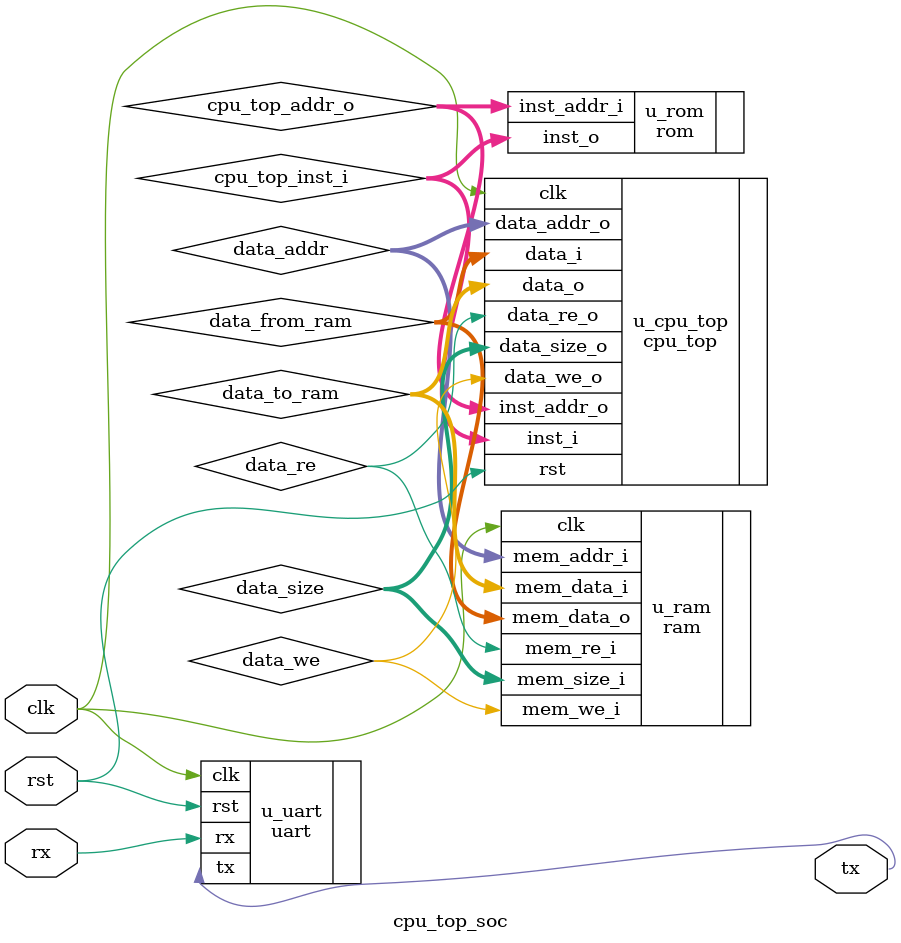
<source format=sv>
module cpu_top_soc (
    input  wire clk,  // 系统时钟
    input  wire rst,  // 复位（高有效）
    input  wire rx,   // UART 接收引脚
    output wire tx    // UART 发送引脚
);

  // CPU 与 ROM 的信号
  wire [31:0] cpu_top_addr_o;  // CPU 输出到 ROM 的指令地址
  wire [31:0] cpu_top_inst_i;  // ROM 输出到 CPU 的指令

  // CPU 与 RAM 或 AXI 的信号
  wire [31:0] data_addr;  // CPU 输出到 RAM 或 AXI 的数据地址
  wire [31:0] data_to_ram;  // CPU 输出到 RAM 或 AXI 的写数据
  wire [31:0] data_from_ram;  // RAM 或 AXI 输出到 CPU 的读数据
  wire        data_we;  // 数据写使能
  wire        data_re;  // 数据读使能
  wire [ 2:0] data_size;  // 数据大小（字节、半字、字）

  // CPU 实例化
  cpu_top u_cpu_top (
      .clk        (clk),
      .rst        (rst),
      .inst_i     (cpu_top_inst_i),  // 从 ROM 输入的指令
      .inst_addr_o(cpu_top_addr_o),  // 输出到 ROM 的指令地址
      .data_addr_o(data_addr),       // 输出到 RAM 或 AXI 的数据地址
      .data_o     (data_to_ram),     // 输出到 RAM 或 AXI 的写数据
      .data_we_o  (data_we),         // 数据写使能
      .data_re_o  (data_re),         // 数据读使能
      .data_size_o(data_size),       // 数据大小控制
      .data_i     (data_from_ram)    // 从 RAM 或 AXI 输入的读数据
  );
  // ROM 实例化（指令存储）
  rom u_rom (
      .inst_addr_i(cpu_top_addr_o),  // 来自 CPU 的指令地址
      .inst_o     (cpu_top_inst_i)   // 输出到 CPU 的指令
  );

  // RAM 实例化（数据存储）
  ram u_ram (
      .clk       (clk),
      .mem_addr_i(data_addr),     // 来自 CPU 的数据地址
      .mem_data_i(data_to_ram),   // 来自 CPU 的写数据
      .mem_we_i  (data_we),       // 写使能
      .mem_re_i  (data_re),       // 读使能
      .mem_size_i(data_size),     // 数据大小
      .mem_data_o(data_from_ram)  // 输出到 CPU 的读数据
  );


  // UART 实例
  uart u_uart (
      .clk(clk),
      .rst(rst),
      .rx (rx),
      .tx (tx)
  );


endmodule

</source>
